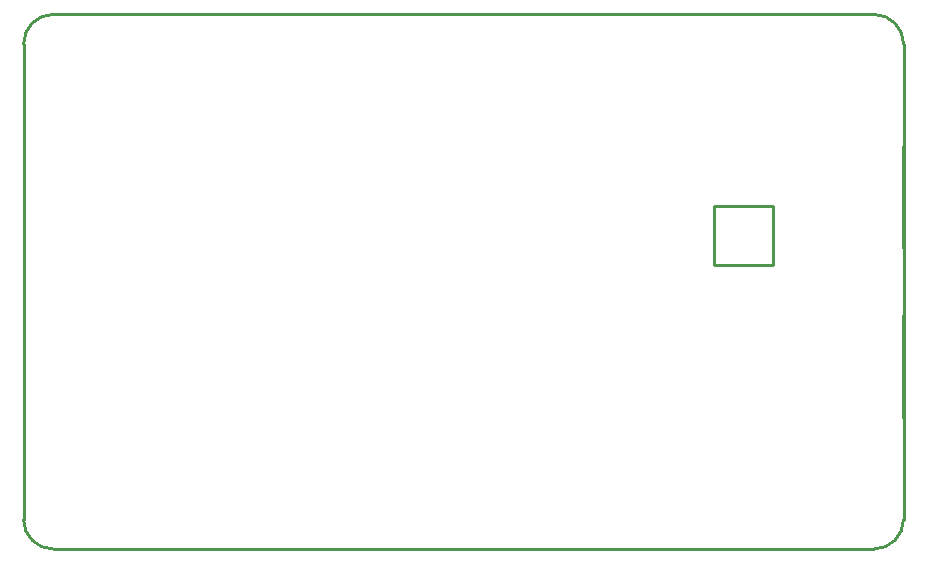
<source format=gm1>
G04*
G04 #@! TF.GenerationSoftware,Altium Limited,Altium Designer,21.1.1 (26)*
G04*
G04 Layer_Color=16711935*
%FSLAX25Y25*%
%MOIN*%
G70*
G04*
G04 #@! TF.SameCoordinates,7EEBE310-2877-491A-A4CC-80A9302AE9BF*
G04*
G04*
G04 #@! TF.FilePolarity,Positive*
G04*
G01*
G75*
%ADD12C,0.01000*%
D12*
X1280226Y1348343D02*
G03*
X1270383Y1338500I0J-9843D01*
G01*
X1563690D02*
G03*
X1553848Y1348343I-9843J0D01*
G01*
Y1170114D02*
G03*
X1563690Y1179957I0J9843D01*
G01*
X1270383D02*
G03*
X1280226Y1170114I9843J0D01*
G01*
X1500529Y1284602D02*
X1520214D01*
X1500529Y1264917D02*
X1520214D01*
Y1284602D01*
X1500529Y1264917D02*
Y1284602D01*
X1280226Y1348343D02*
X1553848D01*
X1280226Y1170114D02*
X1553848D01*
X1270383Y1179957D02*
Y1338500D01*
X1563690Y1179957D02*
Y1338500D01*
X1563616Y1213963D02*
Y1248018D01*
X1563675Y1270430D02*
Y1304486D01*
M02*

</source>
